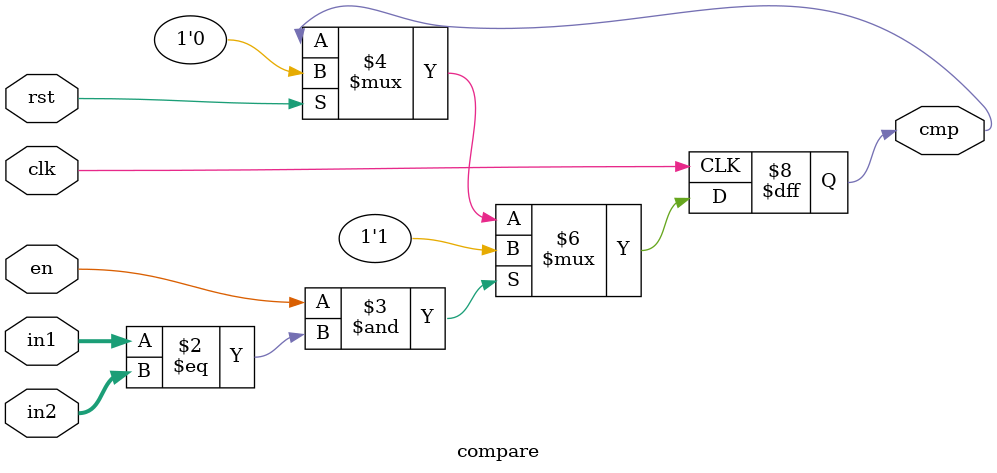
<source format=v>
`timescale 1ns / 1ps
module compare(clk, rst, in1, in2, en, cmp);
    input rst;
	 input clk;
	 input [127:0] in1;
    input [127:0] in2;
    input en;
    output cmp;
	 reg cmp;

always @(posedge clk)
begin
	if (rst)
		cmp<=0;
	
	if (en & (in1==in2))
		cmp<=1;
end

endmodule

</source>
